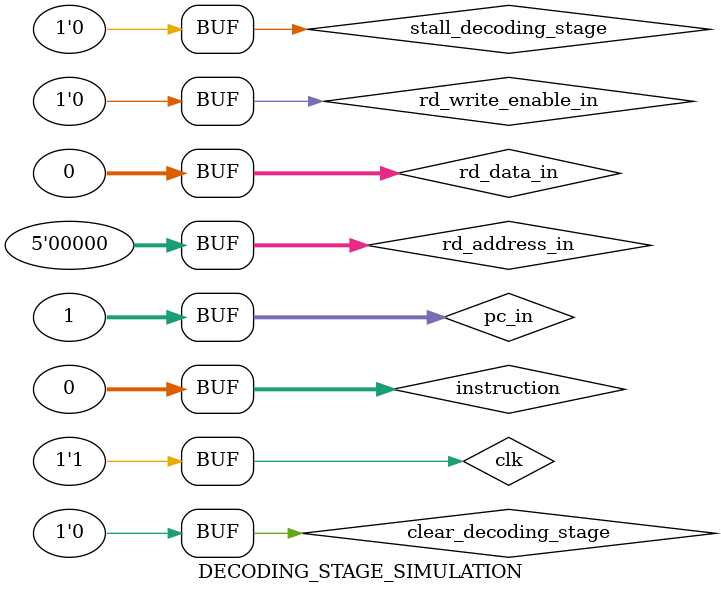
<source format=v>
`timescale 1ns / 1ps


module DECODING_STAGE_SIMULATION;

    // Inputs
    reg            clk                      ;
    reg            stall_decoding_stage     ;
    reg            clear_decoding_stage     ;
    reg   [4  : 0] rd_address_in            ;
    reg   [31 : 0] rd_data_in               ;
    reg            rd_write_enable_in       ;
    reg   [31 : 0] instruction              ;
    reg   [31 : 0] pc_in                    ;
    
    // Outputs
    wire  [31 : 0] pc_out                   ;
    wire  [4  : 0] rs1_address              ;
    wire  [4  : 0] rs2_address              ;
    wire  [4  : 0] rd_address_out           ;
    wire  [31 : 0] rs1_data                 ;
    wire  [31 : 0] rs2_data                 ;                     
    wire  [31 : 0] imm_output               ;
    wire  [4  : 0] shift_amount             ;
    wire  [4  : 0] alu_instruction          ;
    wire           alu_input_1_select       ;
    wire           alu_input_2_select       ;
    wire  [2  : 0] data_cache_read          ;
    wire  [1  : 0] data_cache_write         ;
    wire  [31 : 0] data_cache_write_data    ;
    wire           write_back_mux_select    ;
    wire           rd_write_enable_out      ;
    
    // Instantiate the Unit Under Test (UUT)
    DECODING_STAGE uut(
        .CLK(clk),
        .STALL_DECODING_STAGE(stall_decoding_stage),
        .CLEAR_DECODING_STAGE(clear_decoding_stage),
        .RD_ADDRESS_IN(rd_address_in),
        .RD_DATA_IN(rd_data_in),
        .RD_WRITE_ENABLE_IN(rd_write_enable_in),
        .INSTRUCTION(instruction),
        .PC_IN(pc_in),
        .PC_OUT(pc_out),
        .RS1_ADDRESS(rs1_address),
        .RS2_ADDRESS(rs2_address),
        .RD_ADDRESS_OUT(rd_address_out),
        .RS1_DATA(rs1_data),
        .RS2_DATA(rs2_data),                       
        .IMM_OUTPUT(imm_output),
        .SHIFT_AMOUNT(shift_amount),
        .ALU_INSTRUCTION(alu_instruction),
        .ALU_INPUT_1_SELECT(alu_input_1_select),
        .ALU_INPUT_2_SELECT(alu_input_2_select),
        .DATA_CACHE_READ(data_cache_read),
        .DATA_CACHE_WRITE(data_cache_write),
        .DATA_CACHE_WRITE_DATA(data_cache_write_data),
        .WRITE_BACK_MUX_SELECT(write_back_mux_select),
        .RD_WRITE_ENABLE_OUT(rd_write_enable_out)     
        );  
    
    initial 
    begin
        // Initialize Inputs
        clk                      = 1'b0 ;
        stall_decoding_stage     = 1'b0 ;
        clear_decoding_stage     = 1'b0 ;
        rd_address_in            = 5'b0 ;
        rd_data_in               = 32'b0 ;
        rd_write_enable_in       = 1'b0 ;
        instruction              = 32'b00000000000000000000000000000000 ;
        pc_in                    = 32'b00000000000000000000000000000001 ;

        // Wait 100 ns for global reset to finish
        #100;
        
        // Add stimulus here
        clk                      = 1'b1 ;
        
        
    end
    
endmodule
</source>
